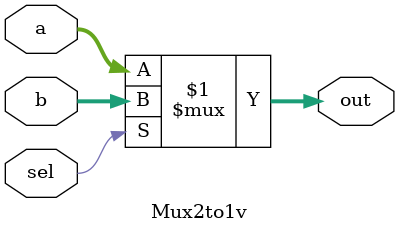
<source format=v>

module Mux2to1v (
    input  [99:0] a, b,
    input         sel,
    output [99:0] out
);
    assign out = sel?b:a;
endmodule

</source>
